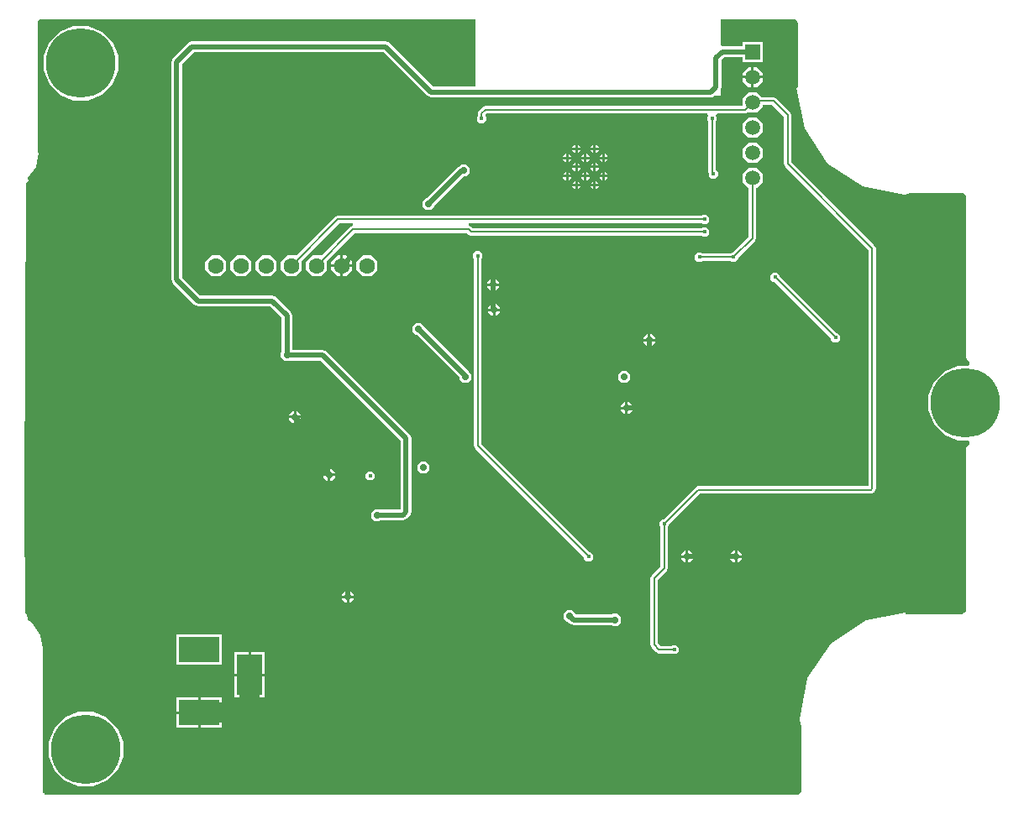
<source format=gbl>
G04*
G04 #@! TF.GenerationSoftware,Altium Limited,Altium Designer,21.3.2 (30)*
G04*
G04 Layer_Physical_Order=2*
G04 Layer_Color=16711680*
%FSTAX24Y24*%
%MOIN*%
G70*
G04*
G04 #@! TF.SameCoordinates,F68421FC-E499-4976-B511-058DC5D6CA2F*
G04*
G04*
G04 #@! TF.FilePolarity,Positive*
G04*
G01*
G75*
%ADD11C,0.0079*%
%ADD73C,0.0197*%
%ADD74C,0.0787*%
%ADD75C,0.0197*%
%ADD76C,0.2756*%
%ADD77C,0.0118*%
%ADD78C,0.0630*%
%ADD79R,0.1000X0.1600*%
%ADD80R,0.1600X0.1000*%
%ADD81R,0.0591X0.0591*%
%ADD82C,0.0591*%
%ADD83C,0.0157*%
%ADD84C,0.0276*%
G36*
X05654Y040697D02*
X056548Y040677D01*
X056588Y040661D01*
X056608Y040568D01*
X056608Y040568D01*
Y038072D01*
X056544Y037998D01*
X056544Y037998D01*
X056544Y037998D01*
X05686Y036408D01*
X057785Y035025D01*
X059168Y0341D01*
X0608Y033775D01*
X060988Y033813D01*
X060988Y033813D01*
Y033813D01*
X061021Y033848D01*
X06315D01*
X063211Y033797D01*
X063229Y033769D01*
X063278Y033711D01*
X063289Y03366D01*
Y029743D01*
Y027307D01*
X063289Y027305D01*
X063289Y027304D01*
Y0273D01*
X063333Y027193D01*
X063335Y027193D01*
X063336Y02719D01*
X063426Y027153D01*
X06341Y027059D01*
X063365Y026978D01*
X062956D01*
X062413Y026753D01*
X061997Y026337D01*
X061772Y025794D01*
Y025206D01*
X061997Y024663D01*
X062413Y024247D01*
X062956Y024022D01*
X063365D01*
X06341Y023941D01*
X063426Y023847D01*
X063336Y02381D01*
X063335Y023807D01*
X063333Y023807D01*
X063289Y0237D01*
Y023696D01*
X063289Y023695D01*
X063289Y023693D01*
X063289Y021228D01*
Y017255D01*
X063225Y017188D01*
X063214Y017184D01*
X063206Y017165D01*
X06312Y017122D01*
X060895D01*
X06089Y017124D01*
X060889Y017125D01*
X060888Y017186D01*
X059298Y01687D01*
X057915Y015945D01*
X05699Y014562D01*
X056665Y01293D01*
X056703Y012742D01*
X056703Y012742D01*
X056703D01*
X056738Y012709D01*
Y010034D01*
X056672Y010007D01*
X056647Y009947D01*
X02673Y009947D01*
X026722Y009948D01*
X026698Y010008D01*
X026657Y010025D01*
X02663Y010115D01*
Y015597D01*
X026647Y01569D01*
X026648Y015698D01*
X026631Y015784D01*
X026532Y016283D01*
X0262Y016779D01*
X026096Y016848D01*
X026029Y016917D01*
X026056Y01698D01*
X026025Y017055D01*
X026025Y017055D01*
X025993Y017075D01*
X025946Y01719D01*
X025937Y017194D01*
X025911Y0216D01*
X02597Y034247D01*
X026047Y034307D01*
X026052Y034309D01*
X02606Y034327D01*
X026058Y034428D01*
X02636Y034879D01*
X026472Y03544D01*
X02646Y035441D01*
X026458Y035443D01*
Y040622D01*
X026489Y04071D01*
X026497Y040713D01*
X0265Y040722D01*
X026509Y040749D01*
X0438D01*
Y038065D01*
X042139D01*
X040402Y039802D01*
X04025Y039865D01*
X03255D01*
X032398Y039802D01*
X031798Y039202D01*
X031735Y03905D01*
Y0304D01*
X031798Y030248D01*
X032648Y029398D01*
X0328Y029335D01*
X035661D01*
X036115Y028881D01*
Y027546D01*
X036092Y027523D01*
Y027425D01*
X036084Y027404D01*
X036092Y027384D01*
Y027326D01*
X036133Y027285D01*
X036147Y027252D01*
X036179Y027239D01*
X036232Y027186D01*
X036407D01*
X03641Y027185D01*
X037661D01*
X040835Y024011D01*
Y021265D01*
X040022D01*
X039999Y021288D01*
X039801D01*
X039662Y021149D01*
Y020951D01*
X039801Y020812D01*
X039999D01*
X040022Y020835D01*
X040935D01*
X041087Y020898D01*
X041202Y021013D01*
X041265Y021165D01*
Y0241D01*
X041202Y024252D01*
X037902Y027552D01*
X03775Y027615D01*
X036545D01*
Y02897D01*
X036482Y029122D01*
X035902Y029702D01*
X03575Y029765D01*
X032889D01*
X032165Y030489D01*
Y038961D01*
X032639Y039435D01*
X040161D01*
X041898Y037698D01*
X04205Y037635D01*
X05315D01*
X053186Y03765D01*
X05325D01*
Y037677D01*
X053302Y037698D01*
X053304Y0377D01*
X05355D01*
Y038014D01*
X053565Y03805D01*
Y039111D01*
X053689Y039235D01*
X054405D01*
Y039055D01*
X055195D01*
Y039845D01*
X054405D01*
Y039665D01*
X0536D01*
X05355Y039698D01*
Y040749D01*
X056462D01*
X05654Y040697D01*
D02*
G37*
%LPC*%
G36*
X054964Y038845D02*
X05485D01*
Y0385D01*
X055195D01*
Y038614D01*
X054964Y038845D01*
D02*
G37*
G36*
X05475D02*
X054636D01*
X054405Y038614D01*
Y0385D01*
X05475D01*
Y038845D01*
D02*
G37*
G36*
X055195Y0384D02*
X05485D01*
Y038055D01*
X054964D01*
X055195Y038286D01*
Y0384D01*
D02*
G37*
G36*
X05475D02*
X054405D01*
Y038286D01*
X054636Y038055D01*
X05475D01*
Y0384D01*
D02*
G37*
G36*
X028444Y040478D02*
X027856D01*
X027313Y040253D01*
X026897Y039837D01*
X026672Y039294D01*
Y038706D01*
X026897Y038163D01*
X027313Y037747D01*
X027856Y037522D01*
X028444D01*
X028987Y037747D01*
X029403Y038163D01*
X029628Y038706D01*
Y039294D01*
X029403Y039837D01*
X028987Y040253D01*
X028444Y040478D01*
D02*
G37*
G36*
X054964Y036845D02*
X054636D01*
X054405Y036614D01*
Y036286D01*
X054636Y036055D01*
X054964D01*
X055195Y036286D01*
Y036614D01*
X054964Y036845D01*
D02*
G37*
G36*
X0486Y035759D02*
X048584D01*
Y03565D01*
X048693D01*
Y035666D01*
X0486Y035759D01*
D02*
G37*
G36*
X048484D02*
X048468D01*
X048375Y035666D01*
Y03565D01*
X048484D01*
Y035759D01*
D02*
G37*
G36*
X047877D02*
X047861D01*
Y03565D01*
X04797D01*
Y035666D01*
X047877Y035759D01*
D02*
G37*
G36*
X047761D02*
X047745D01*
X047652Y035666D01*
Y03565D01*
X047761D01*
Y035759D01*
D02*
G37*
G36*
X048693Y03555D02*
X048584D01*
Y035441D01*
X0486D01*
X048693Y035534D01*
Y03555D01*
D02*
G37*
G36*
X048484D02*
X048375D01*
Y035534D01*
X048468Y035441D01*
X048484D01*
Y03555D01*
D02*
G37*
G36*
X04797D02*
X047861D01*
Y035441D01*
X047877D01*
X04797Y035534D01*
Y03555D01*
D02*
G37*
G36*
X047761D02*
X047652D01*
Y035534D01*
X047745Y035441D01*
X047761D01*
Y03555D01*
D02*
G37*
G36*
X048961Y035398D02*
X048945D01*
Y035289D01*
X049054D01*
Y035305D01*
X048961Y035398D01*
D02*
G37*
G36*
X048845D02*
X048829D01*
X048736Y035305D01*
Y035289D01*
X048845D01*
Y035398D01*
D02*
G37*
G36*
X048238D02*
X048222D01*
Y035289D01*
X048331D01*
Y035305D01*
X048238Y035398D01*
D02*
G37*
G36*
X048122D02*
X048107D01*
X048013Y035305D01*
Y035289D01*
X048122D01*
Y035398D01*
D02*
G37*
G36*
X047516D02*
X0475D01*
Y035289D01*
X047609D01*
Y035305D01*
X047516Y035398D01*
D02*
G37*
G36*
X0474D02*
X047384D01*
X047291Y035305D01*
Y035289D01*
X0474D01*
Y035398D01*
D02*
G37*
G36*
X049054Y035189D02*
X048945D01*
Y03508D01*
X048961D01*
X049054Y035173D01*
Y035189D01*
D02*
G37*
G36*
X048845D02*
X048736D01*
Y035173D01*
X048829Y03508D01*
X048845D01*
Y035189D01*
D02*
G37*
G36*
X048331D02*
X048222D01*
Y03508D01*
X048238D01*
X048331Y035173D01*
Y035189D01*
D02*
G37*
G36*
X048122D02*
X048013D01*
Y035173D01*
X048107Y03508D01*
X048122D01*
Y035189D01*
D02*
G37*
G36*
X047609D02*
X0475D01*
Y03508D01*
X047516D01*
X047609Y035173D01*
Y035189D01*
D02*
G37*
G36*
X0474D02*
X047291D01*
Y035173D01*
X047384Y03508D01*
X0474D01*
Y035189D01*
D02*
G37*
G36*
X054964Y035845D02*
X054636D01*
X054405Y035614D01*
Y035286D01*
X054636Y035055D01*
X054964D01*
X055195Y035286D01*
Y035614D01*
X054964Y035845D01*
D02*
G37*
G36*
X0486Y035037D02*
X048584D01*
Y034928D01*
X048693D01*
Y034943D01*
X0486Y035037D01*
D02*
G37*
G36*
X048484D02*
X048468D01*
X048375Y034943D01*
Y034928D01*
X048484D01*
Y035037D01*
D02*
G37*
G36*
X047877D02*
X047861D01*
Y034928D01*
X04797D01*
Y034943D01*
X047877Y035037D01*
D02*
G37*
G36*
X047761D02*
X047745D01*
X047652Y034943D01*
Y034928D01*
X047761D01*
Y035037D01*
D02*
G37*
G36*
X048693Y034828D02*
X048584D01*
Y034718D01*
X0486D01*
X048693Y034812D01*
Y034828D01*
D02*
G37*
G36*
X048484D02*
X048375D01*
Y034812D01*
X048468Y034718D01*
X048484D01*
Y034828D01*
D02*
G37*
G36*
X04797D02*
X047861D01*
Y034718D01*
X047877D01*
X04797Y034812D01*
Y034828D01*
D02*
G37*
G36*
X047761D02*
X047652D01*
Y034812D01*
X047745Y034718D01*
X047761D01*
Y034828D01*
D02*
G37*
G36*
X048961Y034675D02*
X048945D01*
Y034566D01*
X049054D01*
Y034582D01*
X048961Y034675D01*
D02*
G37*
G36*
X048845D02*
X048829D01*
X048736Y034582D01*
Y034566D01*
X048845D01*
Y034675D01*
D02*
G37*
G36*
X048238D02*
X048222D01*
Y034566D01*
X048331D01*
Y034582D01*
X048238Y034675D01*
D02*
G37*
G36*
X048122D02*
X048107D01*
X048013Y034582D01*
Y034566D01*
X048122D01*
Y034675D01*
D02*
G37*
G36*
X047516D02*
X0475D01*
Y034566D01*
X047609D01*
Y034582D01*
X047516Y034675D01*
D02*
G37*
G36*
X0474D02*
X047384D01*
X047291Y034582D01*
Y034566D01*
X0474D01*
Y034675D01*
D02*
G37*
G36*
X049054Y034466D02*
X048945D01*
Y034357D01*
X048961D01*
X049054Y03445D01*
Y034466D01*
D02*
G37*
G36*
X048845D02*
X048736D01*
Y03445D01*
X048829Y034357D01*
X048845D01*
Y034466D01*
D02*
G37*
G36*
X048331D02*
X048222D01*
Y034357D01*
X048238D01*
X048331Y03445D01*
Y034466D01*
D02*
G37*
G36*
X048122D02*
X048013D01*
Y03445D01*
X048107Y034357D01*
X048122D01*
Y034466D01*
D02*
G37*
G36*
X047609D02*
X0475D01*
Y034357D01*
X047516D01*
X047609Y03445D01*
Y034466D01*
D02*
G37*
G36*
X0474D02*
X047291D01*
Y03445D01*
X047384Y034357D01*
X0474D01*
Y034466D01*
D02*
G37*
G36*
X0486Y034314D02*
X048584D01*
Y034205D01*
X048693D01*
Y034221D01*
X0486Y034314D01*
D02*
G37*
G36*
X048484D02*
X048468D01*
X048375Y034221D01*
Y034205D01*
X048484D01*
Y034314D01*
D02*
G37*
G36*
X047877D02*
X047861D01*
Y034205D01*
X04797D01*
Y034221D01*
X047877Y034314D01*
D02*
G37*
G36*
X047761D02*
X047745D01*
X047652Y034221D01*
Y034205D01*
X047761D01*
Y034314D01*
D02*
G37*
G36*
X048693Y034105D02*
X048584D01*
Y033996D01*
X0486D01*
X048693Y034089D01*
Y034105D01*
D02*
G37*
G36*
X048484D02*
X048375D01*
Y034089D01*
X048468Y033996D01*
X048484D01*
Y034105D01*
D02*
G37*
G36*
X04797D02*
X047861D01*
Y033996D01*
X047877D01*
X04797Y034089D01*
Y034105D01*
D02*
G37*
G36*
X047761D02*
X047652D01*
Y034089D01*
X047745Y033996D01*
X047761D01*
Y034105D01*
D02*
G37*
G36*
X043449Y034988D02*
X043252D01*
X043163Y034899D01*
X043133Y034887D01*
X041884Y033638D01*
X041852D01*
X041712Y033498D01*
Y033301D01*
X041852Y033162D01*
X042049D01*
X042188Y033301D01*
Y033334D01*
X043366Y034512D01*
X043449D01*
X043588Y034652D01*
Y034848D01*
X043449Y034988D01*
D02*
G37*
G36*
X052974Y032979D02*
X052826D01*
X052798Y032951D01*
X03835D01*
X038243Y032907D01*
X036687Y03135D01*
X036672Y031365D01*
X036328D01*
X036085Y031122D01*
Y030778D01*
X036328Y030535D01*
X036672D01*
X036915Y030778D01*
Y031122D01*
X0369Y031137D01*
X038412Y032649D01*
X038946D01*
X03895Y032551D01*
X038843Y032507D01*
X037687Y03135D01*
X037672Y031365D01*
X037328D01*
X037085Y031122D01*
Y030778D01*
X037328Y030535D01*
X037672D01*
X037915Y030778D01*
Y031122D01*
X0379Y031137D01*
X039012Y032249D01*
X043488D01*
X043543Y032193D01*
X04365Y032149D01*
X052798D01*
X052826Y032121D01*
X052974D01*
X053079Y032226D01*
Y032374D01*
X052974Y032479D01*
X052826D01*
X052798Y032451D01*
X043712D01*
X043657Y032507D01*
X04355Y032551D01*
X043554Y032649D01*
X052798D01*
X052826Y032621D01*
X052974D01*
X053079Y032726D01*
Y032874D01*
X052974Y032979D01*
D02*
G37*
G36*
X054964Y034845D02*
X054636D01*
X054405Y034614D01*
Y034286D01*
X054636Y034055D01*
X054649D01*
Y032112D01*
X054015Y031479D01*
X053976D01*
X053948Y031451D01*
X052802D01*
X052774Y031479D01*
X052626D01*
X052521Y031374D01*
Y031226D01*
X052626Y031121D01*
X052774D01*
X052802Y031149D01*
X053948D01*
X053976Y031121D01*
X054124D01*
X054229Y031226D01*
Y031265D01*
X054907Y031943D01*
X054951Y03205D01*
Y034055D01*
X054964D01*
X055195Y034286D01*
Y034614D01*
X054964Y034845D01*
D02*
G37*
G36*
X038672Y031365D02*
X03855D01*
Y031D01*
X038915D01*
Y031122D01*
X038672Y031365D01*
D02*
G37*
G36*
X03845D02*
X038328D01*
X038085Y031122D01*
Y031D01*
X03845D01*
Y031365D01*
D02*
G37*
G36*
X039672D02*
X039328D01*
X039085Y031122D01*
Y030778D01*
X039328Y030535D01*
X039672D01*
X039915Y030778D01*
Y031122D01*
X039672Y031365D01*
D02*
G37*
G36*
X038915Y0309D02*
X03855D01*
Y030535D01*
X038672D01*
X038915Y030778D01*
Y0309D01*
D02*
G37*
G36*
X03845D02*
X038085D01*
Y030778D01*
X038328Y030535D01*
X03845D01*
Y0309D01*
D02*
G37*
G36*
X035672Y031365D02*
X035328D01*
X035085Y031122D01*
Y030778D01*
X035328Y030535D01*
X035672D01*
X035915Y030778D01*
Y031122D01*
X035672Y031365D01*
D02*
G37*
G36*
X034672D02*
X034328D01*
X034085Y031122D01*
Y030778D01*
X034328Y030535D01*
X034672D01*
X034915Y030778D01*
Y031122D01*
X034672Y031365D01*
D02*
G37*
G36*
X033672D02*
X033328D01*
X033085Y031122D01*
Y030778D01*
X033328Y030535D01*
X033672D01*
X033915Y030778D01*
Y031122D01*
X033672Y031365D01*
D02*
G37*
G36*
X044598Y030438D02*
X04455D01*
Y03025D01*
X044738D01*
Y030299D01*
X044598Y030438D01*
D02*
G37*
G36*
X04445D02*
X044401D01*
X044262Y030299D01*
Y03025D01*
X04445D01*
Y030438D01*
D02*
G37*
G36*
X044738Y03015D02*
X04455D01*
Y029962D01*
X044598D01*
X044738Y030101D01*
Y03015D01*
D02*
G37*
G36*
X04445D02*
X044262D01*
Y030101D01*
X044401Y029962D01*
X04445D01*
Y03015D01*
D02*
G37*
G36*
X044648Y029438D02*
X0446D01*
Y02925D01*
X044788D01*
Y029299D01*
X044648Y029438D01*
D02*
G37*
G36*
X0445D02*
X044451D01*
X044312Y029299D01*
Y02925D01*
X0445D01*
Y029438D01*
D02*
G37*
G36*
X044788Y02915D02*
X0446D01*
Y028962D01*
X044648D01*
X044788Y029102D01*
Y02915D01*
D02*
G37*
G36*
X0445D02*
X044312D01*
Y029102D01*
X044451Y028962D01*
X0445D01*
Y02915D01*
D02*
G37*
G36*
X050799Y028238D02*
X05075D01*
Y02805D01*
X050938D01*
Y028098D01*
X050799Y028238D01*
D02*
G37*
G36*
X05065D02*
X050602D01*
X050462Y028098D01*
Y02805D01*
X05065D01*
Y028238D01*
D02*
G37*
G36*
X055774Y030679D02*
X055626D01*
X055521Y030574D01*
Y030426D01*
X055626Y030321D01*
X055665D01*
X057921Y028065D01*
Y028026D01*
X058026Y027921D01*
X058174D01*
X058279Y028026D01*
Y028174D01*
X058174Y028279D01*
X058135D01*
X055879Y030535D01*
Y030574D01*
X055774Y030679D01*
D02*
G37*
G36*
X050938Y02795D02*
X05075D01*
Y027762D01*
X050799D01*
X050938Y027901D01*
Y02795D01*
D02*
G37*
G36*
X05065D02*
X050462D01*
Y027901D01*
X050602Y027762D01*
X05065D01*
Y02795D01*
D02*
G37*
G36*
X049798Y026788D02*
X049601D01*
X049462Y026648D01*
Y026451D01*
X049601Y026312D01*
X049798D01*
X049938Y026451D01*
Y026648D01*
X049798Y026788D01*
D02*
G37*
G36*
X041649Y028688D02*
X041452D01*
X041312Y028549D01*
Y028352D01*
X041452Y028212D01*
X041484D01*
X043162Y026534D01*
Y026451D01*
X043302Y026312D01*
X043499D01*
X043638Y026451D01*
Y026648D01*
X043549Y026737D01*
X043537Y026767D01*
X041788Y028516D01*
Y028549D01*
X041649Y028688D01*
D02*
G37*
G36*
X049899Y025538D02*
X04985D01*
Y02535D01*
X050038D01*
Y025398D01*
X049899Y025538D01*
D02*
G37*
G36*
X04975D02*
X049701D01*
X049562Y025398D01*
Y02535D01*
X04975D01*
Y025538D01*
D02*
G37*
G36*
X050038Y02525D02*
X04985D01*
Y025062D01*
X049899D01*
X050038Y025201D01*
Y02525D01*
D02*
G37*
G36*
X04975D02*
X049562D01*
Y025201D01*
X049701Y025062D01*
X04975D01*
Y02525D01*
D02*
G37*
G36*
X036748Y025188D02*
X0367D01*
Y025D01*
X036888D01*
Y025048D01*
X036748Y025188D01*
D02*
G37*
G36*
X0366D02*
X036551D01*
X036412Y025048D01*
Y025D01*
X0366D01*
Y025188D01*
D02*
G37*
G36*
X036888Y0249D02*
X0367D01*
Y024712D01*
X036748D01*
X036888Y024852D01*
Y0249D01*
D02*
G37*
G36*
X0366D02*
X036412D01*
Y024852D01*
X036551Y024712D01*
X0366D01*
Y0249D01*
D02*
G37*
G36*
X041849Y023178D02*
X041652D01*
X041512Y023039D01*
Y022842D01*
X041652Y022703D01*
X041849D01*
X041988Y022842D01*
Y023039D01*
X041849Y023178D01*
D02*
G37*
G36*
X038098Y022888D02*
X03805D01*
Y0227D01*
X038238D01*
Y022748D01*
X038098Y022888D01*
D02*
G37*
G36*
X03795D02*
X037901D01*
X037762Y022748D01*
Y0227D01*
X03795D01*
Y022888D01*
D02*
G37*
G36*
X039702Y022792D02*
X039554D01*
X039449Y022687D01*
Y022539D01*
X039554Y022435D01*
X039702D01*
X039806Y022539D01*
Y022687D01*
X039702Y022792D01*
D02*
G37*
G36*
X038238Y0226D02*
X03805D01*
Y022412D01*
X038098D01*
X038238Y022552D01*
Y0226D01*
D02*
G37*
G36*
X03795D02*
X037762D01*
Y022552D01*
X037901Y022412D01*
X03795D01*
Y0226D01*
D02*
G37*
G36*
X052298Y019638D02*
X05225D01*
Y01945D01*
X052438D01*
Y019499D01*
X052298Y019638D01*
D02*
G37*
G36*
X05215D02*
X052101D01*
X051962Y019499D01*
Y01945D01*
X05215D01*
Y019638D01*
D02*
G37*
G36*
X054248Y019638D02*
X0542D01*
Y01945D01*
X054388D01*
Y019498D01*
X054248Y019638D01*
D02*
G37*
G36*
X0541D02*
X054051D01*
X053912Y019498D01*
Y01945D01*
X0541D01*
Y019638D01*
D02*
G37*
G36*
X043974Y031529D02*
X043826D01*
X043721Y031424D01*
Y031276D01*
X043749Y031248D01*
Y0238D01*
X043793Y023693D01*
X046893Y020593D01*
X046893Y020593D01*
X048121Y019365D01*
Y019326D01*
X048226Y019221D01*
X048374D01*
X048479Y019326D01*
Y019474D01*
X048374Y019579D01*
X048335D01*
X047107Y020807D01*
X047107Y020807D01*
X044051Y023862D01*
Y031248D01*
X044079Y031276D01*
Y031424D01*
X043974Y031529D01*
D02*
G37*
G36*
X052438Y01935D02*
X05225D01*
Y019163D01*
X052298D01*
X052438Y019302D01*
Y01935D01*
D02*
G37*
G36*
X05215D02*
X051962D01*
Y019302D01*
X052101Y019163D01*
X05215D01*
Y01935D01*
D02*
G37*
G36*
X054388Y01935D02*
X0542D01*
Y019162D01*
X054248D01*
X054388Y019302D01*
Y01935D01*
D02*
G37*
G36*
X0541D02*
X053912D01*
Y019302D01*
X054051Y019162D01*
X0541D01*
Y01935D01*
D02*
G37*
G36*
X038849Y018039D02*
X0388D01*
Y017851D01*
X038988D01*
Y017899D01*
X038849Y018039D01*
D02*
G37*
G36*
X0387D02*
X038651D01*
X038512Y017899D01*
Y017851D01*
X0387D01*
Y018039D01*
D02*
G37*
G36*
X038988Y017751D02*
X0388D01*
Y017563D01*
X038849D01*
X038988Y017702D01*
Y017751D01*
D02*
G37*
G36*
X0387D02*
X038512D01*
Y017702D01*
X038651Y017563D01*
X0387D01*
Y017751D01*
D02*
G37*
G36*
X047649Y017288D02*
X047452D01*
X047312Y017148D01*
Y016952D01*
X047452Y016812D01*
X047484D01*
X047558Y016739D01*
X047709Y016676D01*
X049228D01*
X049251Y016653D01*
X049448D01*
X049588Y016792D01*
Y016989D01*
X049448Y017128D01*
X049251D01*
X049228Y017105D01*
X047798D01*
X047788Y017116D01*
Y017148D01*
X047649Y017288D01*
D02*
G37*
G36*
X054964Y037845D02*
X054636D01*
X054405Y037614D01*
Y037301D01*
X044196D01*
X044089Y037257D01*
X043943Y037111D01*
X043899Y037004D01*
Y036902D01*
X043871Y036874D01*
Y036726D01*
X043976Y036621D01*
X044124D01*
X044229Y036726D01*
Y036874D01*
X044201Y036902D01*
Y036941D01*
X044259Y036999D01*
X053005D01*
X053046Y036899D01*
X053021Y036874D01*
Y036726D01*
X053049Y036698D01*
Y034671D01*
X053071Y034618D01*
Y034526D01*
X053176Y034421D01*
X053324D01*
X053429Y034526D01*
Y034674D01*
X053351Y034752D01*
Y036698D01*
X053379Y036726D01*
Y036874D01*
X053354Y036899D01*
X053395Y036999D01*
X0545D01*
X054607Y037043D01*
X054627Y037064D01*
X054636Y037055D01*
X054964D01*
X055195Y037286D01*
Y037349D01*
X055588D01*
X056049Y036888D01*
Y035D01*
X056093Y034893D01*
X059399Y031588D01*
Y022201D01*
X05265D01*
X052543Y022157D01*
X051265Y020879D01*
X051226D01*
X051121Y020774D01*
Y020626D01*
X051149Y020598D01*
Y019012D01*
X050793Y018657D01*
X050749Y01855D01*
Y0159D01*
X050793Y015793D01*
X050984Y015603D01*
X051091Y015559D01*
X051598D01*
X051626Y015531D01*
X051774D01*
X051879Y015635D01*
Y015783D01*
X051774Y015888D01*
X051626D01*
X051598Y01586D01*
X051153D01*
X051051Y015962D01*
Y018488D01*
X051407Y018843D01*
X051451Y01895D01*
Y020598D01*
X051479Y020626D01*
Y020665D01*
X052712Y021899D01*
X059504D01*
X059611Y021943D01*
X059657Y021989D01*
X059701Y022096D01*
Y03165D01*
X059657Y031757D01*
X056351Y035062D01*
Y03695D01*
X056307Y037057D01*
X055757Y037607D01*
X05565Y037651D01*
X055158D01*
X054964Y037845D01*
D02*
G37*
G36*
X03375Y0163D02*
X03195D01*
Y0151D01*
X03375D01*
Y0163D01*
D02*
G37*
G36*
X03545Y0156D02*
X0349D01*
Y01475D01*
X03545D01*
Y0156D01*
D02*
G37*
G36*
X0348D02*
X03425D01*
Y01475D01*
X0348D01*
Y0156D01*
D02*
G37*
G36*
X03545Y01465D02*
X0349D01*
Y0138D01*
X03545D01*
Y01465D01*
D02*
G37*
G36*
X0348D02*
X03425D01*
Y0138D01*
X0348D01*
Y01465D01*
D02*
G37*
G36*
X03375Y0138D02*
X0329D01*
Y01325D01*
X03375D01*
Y0138D01*
D02*
G37*
G36*
X0328D02*
X03195D01*
Y01325D01*
X0328D01*
Y0138D01*
D02*
G37*
G36*
X03375Y01315D02*
X0329D01*
Y0126D01*
X03375D01*
Y01315D01*
D02*
G37*
G36*
X0328D02*
X03195D01*
Y0126D01*
X0328D01*
Y01315D01*
D02*
G37*
G36*
X028644Y013228D02*
X028056D01*
X027513Y013003D01*
X027097Y012587D01*
X026872Y012044D01*
Y011456D01*
X027097Y010913D01*
X027513Y010497D01*
X028056Y010272D01*
X028644D01*
X029187Y010497D01*
X029603Y010913D01*
X029828Y011456D01*
Y012044D01*
X029603Y012587D01*
X029187Y013003D01*
X028644Y013228D01*
D02*
G37*
%LPD*%
D11*
X0365Y03095D02*
X03835Y0328D01*
X0529D01*
X04365Y0323D02*
X0529D01*
X04355Y0324D02*
X04365Y0323D01*
X03895Y0324D02*
X04355D01*
X0375Y03095D02*
X03895Y0324D01*
X04405Y0368D02*
Y037004D01*
X044196Y03715D01*
X0545D02*
X05485Y0375D01*
X044196Y03715D02*
X0545D01*
X0562Y035D02*
Y03695D01*
X05485Y0375D02*
X05565D01*
X0562Y03695D01*
X0557Y0305D02*
X0581Y0281D01*
X047Y0207D02*
Y0207D01*
X0439Y0238D02*
Y03135D01*
Y0238D02*
X047Y0207D01*
Y0207D02*
X0483Y0194D01*
X0483D01*
X05405Y0313D02*
X0548Y03205D01*
Y03445D01*
X0527Y0313D02*
X05405D01*
X0532Y034671D02*
Y0368D01*
Y034671D02*
X05325Y034621D01*
Y0346D02*
Y034621D01*
X0562Y035D02*
X05955Y03165D01*
Y022096D02*
Y03165D01*
X05265Y02205D02*
X059504D01*
X05955Y022096D01*
X0513Y0207D02*
X05265Y02205D01*
X0513Y01895D02*
Y0207D01*
X0509Y01855D02*
X0513Y01895D01*
X0509Y0159D02*
Y01855D01*
Y0159D02*
X051091Y015709D01*
X0517D01*
D73*
X036303Y027409D02*
X036401D01*
X03255Y03965D02*
X04025D01*
X03195Y0304D02*
Y03905D01*
X03255Y03965D01*
X03195Y0304D02*
X0328Y02955D01*
X03575D01*
X03633Y02897D01*
Y027424D02*
Y02897D01*
X04025Y03965D02*
X04205Y03785D01*
X043335Y034735D02*
X04335Y03475D01*
X04195Y0334D02*
X043285Y034735D01*
X043335D01*
X0445Y0302D02*
Y03155D01*
X04405Y032D02*
X0445Y03155D01*
X03955Y032D02*
X04405D01*
X0385Y03095D02*
X03955Y032D01*
X03641Y0274D02*
X03775D01*
X04105Y0241D01*
X036299Y027404D02*
X036303Y027409D01*
X036401D02*
X03641Y0274D01*
X04155Y02845D02*
X043385Y026615D01*
Y026565D02*
Y026615D01*
Y026565D02*
X0434Y02655D01*
X0445Y029271D02*
Y0302D01*
Y029271D02*
X04455Y029221D01*
Y0292D02*
Y029221D01*
X04105Y021165D02*
Y0241D01*
X0399Y02105D02*
X040935D01*
X04105Y021165D01*
X0393Y02185D02*
X040485D01*
Y02375D02*
X0406Y023635D01*
Y021965D02*
Y023635D01*
X040485Y02185D02*
X0406Y021965D01*
X03785Y02375D02*
X040485D01*
X05335Y03805D02*
Y0392D01*
X0536Y03945D02*
X0548D01*
X05335Y0392D02*
X0536Y03945D01*
X03785Y0228D02*
Y02375D01*
Y0228D02*
X038Y02265D01*
X03665Y02495D02*
X03785Y02375D01*
X0504Y0253D02*
X0507Y0256D01*
Y028D01*
X0498Y0253D02*
X0504D01*
X04755Y01705D02*
X047709Y016891D01*
X0522Y0194D02*
X05415D01*
X05415Y0194D01*
X047709Y016891D02*
X04935D01*
X05315Y03785D02*
X05335Y03805D01*
X04205Y03785D02*
X05315D01*
X03875Y0213D02*
X0393Y02185D01*
X03875Y017801D02*
Y0213D01*
D74*
X034389Y0132D02*
X03485Y013661D01*
X03285Y0132D02*
X034389D01*
X03485Y013661D02*
Y0147D01*
D75*
X029485Y011835D02*
D03*
X029128Y012599D02*
D03*
X028335Y012885D02*
D03*
X027572Y012528D02*
D03*
X027285Y011735D02*
D03*
X027643Y010972D02*
D03*
X028435Y010685D02*
D03*
X029199Y011043D02*
D03*
X028999Y038293D02*
D03*
X028235Y037935D02*
D03*
X027443Y038222D02*
D03*
X027085Y038985D02*
D03*
X027372Y039778D02*
D03*
X028135Y040135D02*
D03*
X028928Y039849D02*
D03*
X029285Y039085D02*
D03*
X064063Y024758D02*
D03*
X0633Y0244D02*
D03*
X062508Y024687D02*
D03*
X06215Y02545D02*
D03*
X062437Y026242D02*
D03*
X0632Y0266D02*
D03*
X063992Y026313D02*
D03*
X06435Y02555D02*
D03*
D76*
X02835Y01175D02*
D03*
X02815Y039D02*
D03*
X06325Y0255D02*
D03*
D77*
X048534Y034155D02*
D03*
X047811D02*
D03*
X048895Y034516D02*
D03*
X048172D02*
D03*
X04745D02*
D03*
X048534Y034878D02*
D03*
X047811D02*
D03*
X048895Y035239D02*
D03*
X048172D02*
D03*
X04745D02*
D03*
X048534Y0356D02*
D03*
X047811D02*
D03*
D78*
X0395Y03095D02*
D03*
X0385D02*
D03*
X0375D02*
D03*
X0365D02*
D03*
X0355D02*
D03*
X0345D02*
D03*
X0335D02*
D03*
D79*
X03485Y0147D02*
D03*
D80*
X03285Y0132D02*
D03*
Y0157D02*
D03*
D81*
X0548Y03945D02*
D03*
D82*
Y03845D02*
D03*
Y03745D02*
D03*
Y03645D02*
D03*
Y03545D02*
D03*
Y03445D02*
D03*
D83*
X0529Y0323D02*
D03*
X04405Y0368D02*
D03*
X0439Y03135D02*
D03*
X0557Y0305D02*
D03*
X0527Y0313D02*
D03*
X0529Y0328D02*
D03*
X0532Y0368D02*
D03*
X05325Y0346D02*
D03*
X0483Y0194D02*
D03*
X039628Y022613D02*
D03*
X05405Y0313D02*
D03*
X0513Y0207D02*
D03*
X0517Y015709D02*
D03*
X0581Y0281D02*
D03*
D84*
X0445Y0302D02*
D03*
X04195Y0334D02*
D03*
X04335Y03475D02*
D03*
X03633Y027424D02*
D03*
X0434Y02655D02*
D03*
X04155Y02845D02*
D03*
X0399Y02105D02*
D03*
X038Y02265D02*
D03*
X0507Y028D02*
D03*
X0498Y0253D02*
D03*
X04755Y01705D02*
D03*
X04455Y0292D02*
D03*
X05415Y0194D02*
D03*
X0522Y0194D02*
D03*
X04175Y022941D02*
D03*
X03665Y02495D02*
D03*
X03875Y017801D02*
D03*
X0497Y02655D02*
D03*
X04935Y016891D02*
D03*
M02*

</source>
